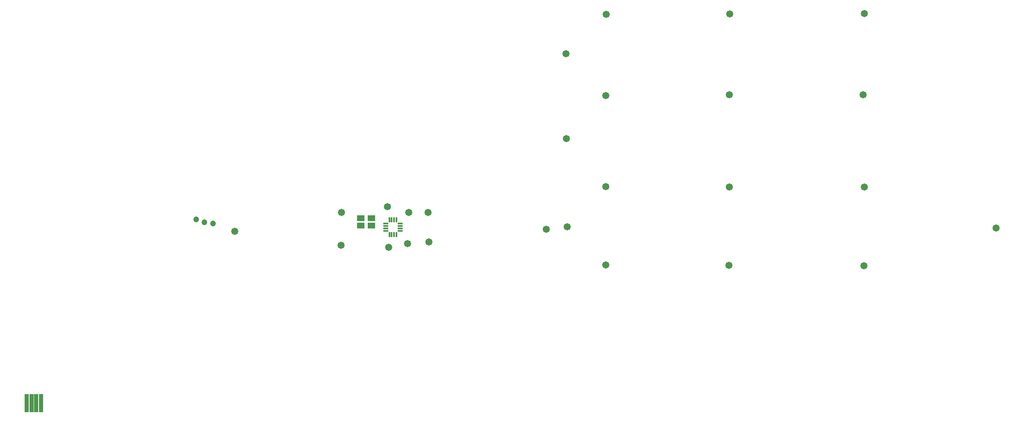
<source format=gbs>
G04*
G04 #@! TF.GenerationSoftware,Altium Limited,Altium Designer,18.0.7 (293)*
G04*
G04 Layer_Color=16711935*
%FSAX25Y25*%
%MOIN*%
G70*
G01*
G75*
%ADD13C,0.05800*%
%ADD14C,0.04737*%
%ADD23R,0.03556X0.14580*%
%ADD24R,0.06312X0.05131*%
%ADD25R,0.01502X0.03943*%
%ADD26R,0.03943X0.01502*%
D13*
X0297900Y0132454D02*
D03*
X0297000Y0165454D02*
D03*
X0330590Y0136854D02*
D03*
X0313267Y0135453D02*
D03*
X0329900Y0160953D02*
D03*
X0314200D02*
D03*
X0474800Y0322064D02*
D03*
X0575100Y0322253D02*
D03*
X0684400Y0322654D02*
D03*
X0683500Y0256453D02*
D03*
X0574700Y0256554D02*
D03*
X0474200Y0256053D02*
D03*
X0474500Y0181954D02*
D03*
X0574700Y0181754D02*
D03*
X0684300Y0181553D02*
D03*
X0684000Y0117553D02*
D03*
X0574500Y0117853D02*
D03*
X0474500Y0118154D02*
D03*
X0172900Y0145653D02*
D03*
X0259200Y0134254D02*
D03*
X0259600Y0161054D02*
D03*
X0426000Y0147353D02*
D03*
X0791500Y0148354D02*
D03*
X0442000Y0289854D02*
D03*
X0442500Y0220853D02*
D03*
X0443000Y0149354D02*
D03*
D14*
X0155200Y0151854D02*
D03*
X0148400Y0152954D02*
D03*
X0141800Y0155353D02*
D03*
D23*
X0015748Y0006053D02*
D03*
X0011811D02*
D03*
X0007874D02*
D03*
X0003937D02*
D03*
D24*
X0275500Y0156306D02*
D03*
Y0150401D02*
D03*
X0284000Y0156306D02*
D03*
Y0150401D02*
D03*
D25*
X0298547Y0142948D02*
D03*
X0300516D02*
D03*
X0302484D02*
D03*
X0304453D02*
D03*
Y0154759D02*
D03*
X0302484D02*
D03*
X0300516D02*
D03*
X0298547D02*
D03*
D26*
X0307405Y0145901D02*
D03*
Y0147869D02*
D03*
Y0149838D02*
D03*
Y0151806D02*
D03*
X0295595D02*
D03*
Y0149838D02*
D03*
Y0147869D02*
D03*
Y0145901D02*
D03*
M02*

</source>
